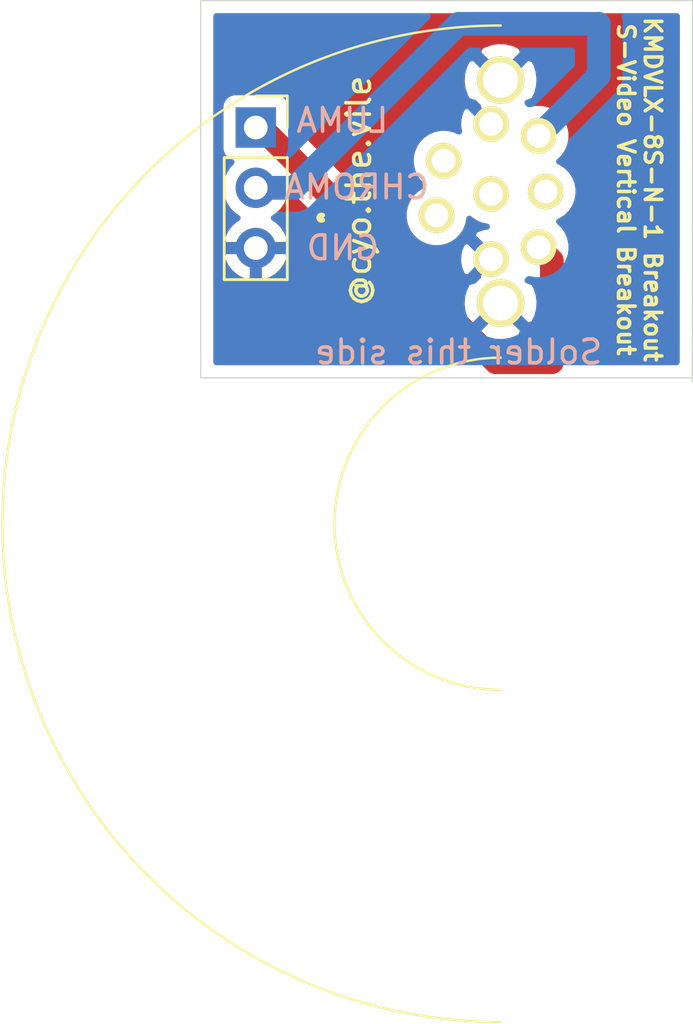
<source format=kicad_pcb>
(kicad_pcb (version 20171130) (host pcbnew "(5.1.9)-1")

  (general
    (thickness 1.6)
    (drawings 10)
    (tracks 10)
    (zones 0)
    (modules 2)
    (nets 8)
  )

  (page A4)
  (layers
    (0 F.Cu signal)
    (31 B.Cu signal)
    (32 B.Adhes user)
    (33 F.Adhes user)
    (34 B.Paste user)
    (35 F.Paste user)
    (36 B.SilkS user)
    (37 F.SilkS user)
    (38 B.Mask user)
    (39 F.Mask user)
    (40 Dwgs.User user)
    (41 Cmts.User user)
    (42 Eco1.User user)
    (43 Eco2.User user)
    (44 Edge.Cuts user)
    (45 Margin user)
    (46 B.CrtYd user)
    (47 F.CrtYd user)
    (48 B.Fab user)
    (49 F.Fab user)
  )

  (setup
    (last_trace_width 0.25)
    (trace_clearance 0.2)
    (zone_clearance 0.508)
    (zone_45_only no)
    (trace_min 0.2)
    (via_size 0.8)
    (via_drill 0.4)
    (via_min_size 0.4)
    (via_min_drill 0.3)
    (uvia_size 0.3)
    (uvia_drill 0.1)
    (uvias_allowed no)
    (uvia_min_size 0.2)
    (uvia_min_drill 0.1)
    (edge_width 0.05)
    (segment_width 0.2)
    (pcb_text_width 0.3)
    (pcb_text_size 1.5 1.5)
    (mod_edge_width 0.12)
    (mod_text_size 1 1)
    (mod_text_width 0.15)
    (pad_size 1.524 1.524)
    (pad_drill 0.762)
    (pad_to_mask_clearance 0)
    (aux_axis_origin 0 0)
    (visible_elements FFFFFF7F)
    (pcbplotparams
      (layerselection 0x010fc_ffffffff)
      (usegerberextensions false)
      (usegerberattributes true)
      (usegerberadvancedattributes true)
      (creategerberjobfile true)
      (excludeedgelayer true)
      (linewidth 0.100000)
      (plotframeref false)
      (viasonmask false)
      (mode 1)
      (useauxorigin false)
      (hpglpennumber 1)
      (hpglpenspeed 20)
      (hpglpendiameter 15.000000)
      (psnegative false)
      (psa4output false)
      (plotreference true)
      (plotvalue true)
      (plotinvisibletext false)
      (padsonsilk false)
      (subtractmaskfromsilk false)
      (outputformat 1)
      (mirror false)
      (drillshape 0)
      (scaleselection 1)
      (outputdirectory "gerbers/"))
  )

  (net 0 "")
  (net 1 /GND)
  (net 2 /CHROMA)
  (net 3 /LUMA)
  (net 4 "Net-(J1-Pad7)")
  (net 5 "Net-(J1-Pad4)")
  (net 6 "Net-(J1-Pad2)")
  (net 7 "Net-(J1-Pad1)")

  (net_class Default "This is the default net class."
    (clearance 0.2)
    (trace_width 0.25)
    (via_dia 0.8)
    (via_drill 0.4)
    (uvia_dia 0.3)
    (uvia_drill 0.1)
    (add_net /CHROMA)
    (add_net /GND)
    (add_net /LUMA)
    (add_net "Net-(J1-Pad1)")
    (add_net "Net-(J1-Pad2)")
    (add_net "Net-(J1-Pad4)")
    (add_net "Net-(J1-Pad7)")
  )

  (module SamacSys_Parts:KMDVLX8SN1 (layer F.Cu) (tedit 606A4A37) (tstamp 606B072C)
    (at 156.12 106.5 90)
    (descr KMDVLX-8S-N-1-1)
    (tags Connector)
    (path /606A9E00)
    (fp_text reference J1 (at 1 2.7 90) (layer F.SilkS) hide
      (effects (font (size 1.27 1.27) (thickness 0.254)))
    )
    (fp_text value KMDVLX-8S-N-1 (at 1 2.7 90) (layer F.SilkS) hide
      (effects (font (size 1.27 1.27) (thickness 0.254)))
    )
    (fp_arc (start -0.1 -4.85) (end 0 -4.9) (angle -180) (layer F.SilkS) (width 0.2))
    (fp_arc (start -0.1 -4.85) (end 0 -4.8) (angle -180) (layer F.SilkS) (width 0.2))
    (fp_arc (start -0.1 -4.85) (end 0 -4.9) (angle -180) (layer F.SilkS) (width 0.2))
    (fp_arc (start -13 2.7) (end 8 2.7) (angle -180) (layer F.SilkS) (width 0.1))
    (fp_arc (start -13 2.7) (end -6 2.7) (angle -180) (layer F.SilkS) (width 0.1))
    (fp_arc (start -13 2.7) (end 8 2.7) (angle -180) (layer Dwgs.User) (width 0.2))
    (fp_arc (start -13 2.7) (end -6 2.7) (angle -180) (layer Dwgs.User) (width 0.2))
    (fp_line (start 0 -4.9) (end 0 -4.9) (layer F.SilkS) (width 0.2))
    (fp_line (start 0 -4.8) (end 0 -4.8) (layer F.SilkS) (width 0.2))
    (fp_line (start 0 -4.9) (end 0 -4.9) (layer F.SilkS) (width 0.2))
    (fp_line (start 8 2.7) (end 8 2.7) (layer F.SilkS) (width 0.1))
    (fp_line (start -6 2.7) (end -6 2.7) (layer F.SilkS) (width 0.1))
    (fp_line (start 8 2.7) (end 8 2.7) (layer Dwgs.User) (width 0.2))
    (fp_line (start -6 2.7) (end -6 2.7) (layer Dwgs.User) (width 0.2))
    (fp_line (start -7 -5.3) (end -7 10.7) (layer Dwgs.User) (width 0.1))
    (fp_line (start 9 -5.3) (end -7 -5.3) (layer Dwgs.User) (width 0.1))
    (fp_line (start 9 10.7) (end 9 -5.3) (layer Dwgs.User) (width 0.1))
    (fp_line (start -7 10.7) (end 9 10.7) (layer Dwgs.User) (width 0.1))
    (pad MH2 thru_hole circle (at 5.7 2.7 180) (size 2 2) (drill 1.48) (layers *.Cu *.Mask F.SilkS)
      (net 1 /GND))
    (pad MH1 thru_hole circle (at -3.7 2.7 180) (size 2 2) (drill 1.48) (layers *.Cu *.Mask F.SilkS)
      (net 1 /GND))
    (pad 8 thru_hole circle (at 3.35 4.3 180) (size 1.5 1.5) (drill 1) (layers *.Cu *.Mask F.SilkS)
      (net 2 /CHROMA))
    (pad 7 thru_hole circle (at 1 4.6 180) (size 1.5 1.5) (drill 1) (layers *.Cu *.Mask F.SilkS)
      (net 4 "Net-(J1-Pad7)"))
    (pad 6 thru_hole circle (at -1.35 4.3 180) (size 1.5 1.5) (drill 1) (layers *.Cu *.Mask F.SilkS)
      (net 3 /LUMA))
    (pad 5 thru_hole circle (at 3.85 2.3 180) (size 1.5 1.5) (drill 1) (layers *.Cu *.Mask F.SilkS)
      (net 1 /GND))
    (pad 4 thru_hole circle (at 0.9 2.3 180) (size 1.5 1.5) (drill 1) (layers *.Cu *.Mask F.SilkS)
      (net 5 "Net-(J1-Pad4)"))
    (pad 3 thru_hole circle (at -1.85 2.3 180) (size 1.5 1.5) (drill 1) (layers *.Cu *.Mask F.SilkS)
      (net 1 /GND))
    (pad 2 thru_hole circle (at 2.3 0.3 180) (size 1.5 1.5) (drill 1) (layers *.Cu *.Mask F.SilkS)
      (net 6 "Net-(J1-Pad2)"))
    (pad 1 thru_hole circle (at 0 0 180) (size 1.5 1.5) (drill 1) (layers *.Cu *.Mask F.SilkS)
      (net 7 "Net-(J1-Pad1)"))
  )

  (module Connector_PinSocket_2.54mm:PinSocket_1x03_P2.54mm_Vertical (layer F.Cu) (tedit 5A19A429) (tstamp 606AA98D)
    (at 148.5 102.8)
    (descr "Through hole straight socket strip, 1x03, 2.54mm pitch, single row (from Kicad 4.0.7), script generated")
    (tags "Through hole socket strip THT 1x03 2.54mm single row")
    (path /606AD344)
    (fp_text reference J2 (at 0 -2.77) (layer F.SilkS) hide
      (effects (font (size 1 1) (thickness 0.15)))
    )
    (fp_text value Conn_01x03_Male (at 0 7.85) (layer F.Fab)
      (effects (font (size 1 1) (thickness 0.15)))
    )
    (fp_text user %R (at 0 2.54 90) (layer F.Fab)
      (effects (font (size 1 1) (thickness 0.15)))
    )
    (fp_line (start -1.27 -1.27) (end 0.635 -1.27) (layer F.Fab) (width 0.1))
    (fp_line (start 0.635 -1.27) (end 1.27 -0.635) (layer F.Fab) (width 0.1))
    (fp_line (start 1.27 -0.635) (end 1.27 6.35) (layer F.Fab) (width 0.1))
    (fp_line (start 1.27 6.35) (end -1.27 6.35) (layer F.Fab) (width 0.1))
    (fp_line (start -1.27 6.35) (end -1.27 -1.27) (layer F.Fab) (width 0.1))
    (fp_line (start -1.33 1.27) (end 1.33 1.27) (layer F.SilkS) (width 0.12))
    (fp_line (start -1.33 1.27) (end -1.33 6.41) (layer F.SilkS) (width 0.12))
    (fp_line (start -1.33 6.41) (end 1.33 6.41) (layer F.SilkS) (width 0.12))
    (fp_line (start 1.33 1.27) (end 1.33 6.41) (layer F.SilkS) (width 0.12))
    (fp_line (start 1.33 -1.33) (end 1.33 0) (layer F.SilkS) (width 0.12))
    (fp_line (start 0 -1.33) (end 1.33 -1.33) (layer F.SilkS) (width 0.12))
    (fp_line (start -1.8 -1.8) (end 1.75 -1.8) (layer F.CrtYd) (width 0.05))
    (fp_line (start 1.75 -1.8) (end 1.75 6.85) (layer F.CrtYd) (width 0.05))
    (fp_line (start 1.75 6.85) (end -1.8 6.85) (layer F.CrtYd) (width 0.05))
    (fp_line (start -1.8 6.85) (end -1.8 -1.8) (layer F.CrtYd) (width 0.05))
    (pad 3 thru_hole oval (at 0 5.08) (size 1.7 1.7) (drill 1) (layers *.Cu *.Mask)
      (net 1 /GND))
    (pad 2 thru_hole oval (at 0 2.54) (size 1.7 1.7) (drill 1) (layers *.Cu *.Mask)
      (net 2 /CHROMA))
    (pad 1 thru_hole rect (at 0 0) (size 1.7 1.7) (drill 1) (layers *.Cu *.Mask)
      (net 3 /LUMA))
    (model ${KISYS3DMOD}/Connector_PinSocket_2.54mm.3dshapes/PinSocket_1x03_P2.54mm_Vertical.wrl
      (at (xyz 0 0 0))
      (scale (xyz 1 1 1))
      (rotate (xyz 0 0 0))
    )
  )

  (gr_text "Solder this side" (at 157.05 112.26) (layer B.SilkS)
    (effects (font (size 1 1) (thickness 0.15)) (justify mirror))
  )
  (gr_text GND (at 152.17 107.87) (layer B.SilkS)
    (effects (font (size 1 1) (thickness 0.15)) (justify mirror))
  )
  (gr_text "CHROMA\n" (at 152.76 105.31) (layer B.SilkS)
    (effects (font (size 1 1) (thickness 0.15)) (justify mirror))
  )
  (gr_text LUMA (at 152.15 102.5) (layer B.SilkS)
    (effects (font (size 1 1) (thickness 0.15)) (justify mirror))
  )
  (gr_text "@cyo.the.vile\n" (at 152.84 105.47 90) (layer F.SilkS)
    (effects (font (size 1 1) (thickness 0.15)))
  )
  (gr_text "KMDVLX-8S-N-1 Breakout\nS-Video Vertical Breakout" (at 164.67 105.41 270) (layer F.SilkS)
    (effects (font (size 0.7 0.7) (thickness 0.15)))
  )
  (gr_line (start 146.18 113.35) (end 166.89 113.35) (layer Edge.Cuts) (width 0.05))
  (gr_line (start 146.18 97.45) (end 146.18 113.35) (layer Edge.Cuts) (width 0.05))
  (gr_line (start 166.91 97.45) (end 146.18 97.45) (layer Edge.Cuts) (width 0.05))
  (gr_line (start 166.9 113.51) (end 166.91 97.45) (layer Edge.Cuts) (width 0.05))

  (segment (start 162.96 98.43) (end 162.96 100.61) (width 1) (layer B.Cu) (net 2))
  (segment (start 157.04 98.43) (end 162.96 98.43) (width 1) (layer B.Cu) (net 2))
  (segment (start 150.13 105.34) (end 157.04 98.43) (width 1) (layer B.Cu) (net 2))
  (segment (start 162.96 100.61) (end 160.42 103.15) (width 1) (layer B.Cu) (net 2))
  (segment (start 148.5 105.34) (end 150.13 105.34) (width 1) (layer B.Cu) (net 2))
  (segment (start 148.5 102.8) (end 148.73 102.8) (width 1) (layer F.Cu) (net 3))
  (segment (start 148.73 102.8) (end 158.62 112.69) (width 1) (layer F.Cu) (net 3))
  (segment (start 158.62 112.69) (end 160.98 112.69) (width 1) (layer F.Cu) (net 3))
  (segment (start 160.98 108.41) (end 160.42 107.85) (width 1) (layer F.Cu) (net 3))
  (segment (start 160.98 112.69) (end 160.98 108.41) (width 1) (layer F.Cu) (net 3))

  (zone (net 1) (net_name /GND) (layer F.Cu) (tstamp 606B0902) (hatch edge 0.508)
    (connect_pads (clearance 0.508))
    (min_thickness 0.254)
    (fill yes (arc_segments 32) (thermal_gap 0.508) (thermal_bridge_width 0.508))
    (polygon
      (pts
        (xy 166.9 113.36) (xy 146.16 113.31) (xy 146.17 97.46) (xy 146.17 97.47) (xy 166.9 97.45)
      )
    )
    (filled_polygon
      (pts
        (xy 166.240511 112.69) (xy 162.120491 112.69) (xy 162.115 112.634248) (xy 162.115 108.465752) (xy 162.120491 108.41)
        (xy 162.098577 108.187501) (xy 162.033676 107.973553) (xy 161.967636 107.85) (xy 161.928284 107.776377) (xy 161.786449 107.603551)
        (xy 161.782461 107.600278) (xy 161.751775 107.446011) (xy 161.647371 107.193957) (xy 161.495799 106.967114) (xy 161.302886 106.774201)
        (xy 161.287617 106.763998) (xy 161.376043 106.727371) (xy 161.602886 106.575799) (xy 161.795799 106.382886) (xy 161.947371 106.156043)
        (xy 162.051775 105.903989) (xy 162.105 105.636411) (xy 162.105 105.363589) (xy 162.051775 105.096011) (xy 161.947371 104.843957)
        (xy 161.795799 104.617114) (xy 161.602886 104.424201) (xy 161.376043 104.272629) (xy 161.287617 104.236002) (xy 161.302886 104.225799)
        (xy 161.495799 104.032886) (xy 161.647371 103.806043) (xy 161.751775 103.553989) (xy 161.805 103.286411) (xy 161.805 103.013589)
        (xy 161.751775 102.746011) (xy 161.647371 102.493957) (xy 161.495799 102.267114) (xy 161.302886 102.074201) (xy 161.076043 101.922629)
        (xy 160.823989 101.818225) (xy 160.556411 101.765) (xy 160.283589 101.765) (xy 160.017531 101.817923) (xy 159.955415 101.755807)
        (xy 160.219814 101.660044) (xy 160.360704 101.370429) (xy 160.442384 101.058892) (xy 160.461718 100.737405) (xy 160.417961 100.418325)
        (xy 160.312795 100.113912) (xy 160.219814 99.939956) (xy 159.955413 99.844192) (xy 158.999605 100.8) (xy 159.013748 100.814143)
        (xy 158.834143 100.993748) (xy 158.82 100.979605) (xy 158.530961 101.268644) (xy 158.347508 101.260188) (xy 158.150352 101.290043)
        (xy 158.640395 100.8) (xy 157.684587 99.844192) (xy 157.420186 99.939956) (xy 157.279296 100.229571) (xy 157.197616 100.541108)
        (xy 157.178282 100.862595) (xy 157.222039 101.181675) (xy 157.327205 101.486088) (xy 157.420186 101.660044) (xy 157.684587 101.755808)
        (xy 157.695 101.745395) (xy 157.874605 101.925) (xy 157.864192 101.935413) (xy 157.959956 102.199814) (xy 158.249571 102.340704)
        (xy 158.304785 102.35518) (xy 158.42 102.470395) (xy 158.434143 102.456253) (xy 158.613748 102.635858) (xy 158.599605 102.65)
        (xy 158.613748 102.664143) (xy 158.434143 102.843748) (xy 158.42 102.829605) (xy 158.405858 102.843748) (xy 158.226253 102.664143)
        (xy 158.240395 102.65) (xy 157.463007 101.872612) (xy 157.22414 101.938137) (xy 157.10824 102.185116) (xy 157.04275 102.44996)
        (xy 157.030188 102.722492) (xy 157.067532 102.969104) (xy 156.823989 102.868225) (xy 156.556411 102.815) (xy 156.283589 102.815)
        (xy 156.016011 102.868225) (xy 155.763957 102.972629) (xy 155.537114 103.124201) (xy 155.344201 103.317114) (xy 155.192629 103.543957)
        (xy 155.088225 103.796011) (xy 155.035 104.063589) (xy 155.035 104.336411) (xy 155.088225 104.603989) (xy 155.192629 104.856043)
        (xy 155.344201 105.082886) (xy 155.513445 105.25213) (xy 155.463957 105.272629) (xy 155.237114 105.424201) (xy 155.044201 105.617114)
        (xy 154.892629 105.843957) (xy 154.788225 106.096011) (xy 154.735 106.363589) (xy 154.735 106.636411) (xy 154.788225 106.903989)
        (xy 154.892629 107.156043) (xy 155.044201 107.382886) (xy 155.237114 107.575799) (xy 155.463957 107.727371) (xy 155.716011 107.831775)
        (xy 155.983589 107.885) (xy 156.256411 107.885) (xy 156.523989 107.831775) (xy 156.776043 107.727371) (xy 157.002886 107.575799)
        (xy 157.195799 107.382886) (xy 157.347371 107.156043) (xy 157.451775 106.903989) (xy 157.503793 106.642478) (xy 157.537114 106.675799)
        (xy 157.763957 106.827371) (xy 158.016011 106.931775) (xy 158.240394 106.976408) (xy 158.077762 107.001035) (xy 157.821168 107.093723)
        (xy 157.708137 107.15414) (xy 157.642612 107.393007) (xy 158.42 108.170395) (xy 158.434143 108.156253) (xy 158.613748 108.335858)
        (xy 158.599605 108.35) (xy 158.613748 108.364143) (xy 158.434143 108.543748) (xy 158.42 108.529605) (xy 158.299662 108.649943)
        (xy 158.133912 108.707205) (xy 157.959956 108.800186) (xy 157.864192 109.064587) (xy 157.874605 109.075) (xy 157.695 109.254605)
        (xy 157.684587 109.244192) (xy 157.420186 109.339956) (xy 157.279296 109.629571) (xy 157.255492 109.720361) (xy 155.957623 108.422492)
        (xy 157.030188 108.422492) (xy 157.071035 108.692238) (xy 157.163723 108.948832) (xy 157.22414 109.061863) (xy 157.463007 109.127388)
        (xy 158.240395 108.35) (xy 157.463007 107.572612) (xy 157.22414 107.638137) (xy 157.10824 107.885116) (xy 157.04275 108.14996)
        (xy 157.030188 108.422492) (xy 155.957623 108.422492) (xy 149.988072 102.452941) (xy 149.988072 101.95) (xy 149.975812 101.825518)
        (xy 149.939502 101.70582) (xy 149.880537 101.595506) (xy 149.801185 101.498815) (xy 149.704494 101.419463) (xy 149.59418 101.360498)
        (xy 149.474482 101.324188) (xy 149.35 101.311928) (xy 147.65 101.311928) (xy 147.525518 101.324188) (xy 147.40582 101.360498)
        (xy 147.295506 101.419463) (xy 147.198815 101.498815) (xy 147.119463 101.595506) (xy 147.060498 101.70582) (xy 147.024188 101.825518)
        (xy 147.011928 101.95) (xy 147.011928 103.65) (xy 147.024188 103.774482) (xy 147.060498 103.89418) (xy 147.119463 104.004494)
        (xy 147.198815 104.101185) (xy 147.295506 104.180537) (xy 147.40582 104.239502) (xy 147.47838 104.261513) (xy 147.346525 104.393368)
        (xy 147.18401 104.636589) (xy 147.072068 104.906842) (xy 147.015 105.19374) (xy 147.015 105.48626) (xy 147.072068 105.773158)
        (xy 147.18401 106.043411) (xy 147.346525 106.286632) (xy 147.553368 106.493475) (xy 147.735534 106.615195) (xy 147.618645 106.684822)
        (xy 147.402412 106.879731) (xy 147.228359 107.11308) (xy 147.103175 107.375901) (xy 147.058524 107.52311) (xy 147.179845 107.753)
        (xy 148.373 107.753) (xy 148.373 107.733) (xy 148.627 107.733) (xy 148.627 107.753) (xy 149.820155 107.753)
        (xy 149.941476 107.52311) (xy 149.896825 107.375901) (xy 149.771641 107.11308) (xy 149.597588 106.879731) (xy 149.381355 106.684822)
        (xy 149.264466 106.615195) (xy 149.446632 106.493475) (xy 149.653475 106.286632) (xy 149.81599 106.043411) (xy 149.927932 105.773158)
        (xy 149.956153 105.631284) (xy 157.014868 112.69) (xy 146.84 112.69) (xy 146.84 108.23689) (xy 147.058524 108.23689)
        (xy 147.103175 108.384099) (xy 147.228359 108.64692) (xy 147.402412 108.880269) (xy 147.618645 109.075178) (xy 147.868748 109.224157)
        (xy 148.143109 109.321481) (xy 148.373 109.200814) (xy 148.373 108.007) (xy 148.627 108.007) (xy 148.627 109.200814)
        (xy 148.856891 109.321481) (xy 149.131252 109.224157) (xy 149.381355 109.075178) (xy 149.597588 108.880269) (xy 149.771641 108.64692)
        (xy 149.896825 108.384099) (xy 149.941476 108.23689) (xy 149.820155 108.007) (xy 148.627 108.007) (xy 148.373 108.007)
        (xy 147.179845 108.007) (xy 147.058524 108.23689) (xy 146.84 108.23689) (xy 146.84 99.664587) (xy 157.864192 99.664587)
        (xy 158.82 100.620395) (xy 159.775808 99.664587) (xy 159.680044 99.400186) (xy 159.390429 99.259296) (xy 159.078892 99.177616)
        (xy 158.757405 99.158282) (xy 158.438325 99.202039) (xy 158.133912 99.307205) (xy 157.959956 99.400186) (xy 157.864192 99.664587)
        (xy 146.84 99.664587) (xy 146.84 98.11) (xy 166.24959 98.11)
      )
    )
    (filled_polygon
      (pts
        (xy 158.21996 109.72725) (xy 158.492492 109.739812) (xy 158.533246 109.733641) (xy 158.82 110.020395) (xy 158.834143 110.006253)
        (xy 159.013748 110.185858) (xy 158.999605 110.2) (xy 159.013748 110.214143) (xy 158.834143 110.393748) (xy 158.82 110.379605)
        (xy 158.805858 110.393748) (xy 158.626253 110.214143) (xy 158.640395 110.2) (xy 158.150459 109.710064)
      )
    )
  )
  (zone (net 1) (net_name /GND) (layer B.Cu) (tstamp 606B08FF) (hatch edge 0.508)
    (connect_pads (clearance 0.508))
    (min_thickness 0.254)
    (fill yes (arc_segments 32) (thermal_gap 0.508) (thermal_bridge_width 0.508))
    (polygon
      (pts
        (xy 146.2 97.450019) (xy 166.81 97.49) (xy 166.8 113.48) (xy 146.18 113.34) (xy 146.2 97.450019)
        (xy 146.19 97.45) (xy 146.2 97.45)
      )
    )
    (filled_polygon
      (pts
        (xy 149.90369 103.961179) (xy 149.939502 103.89418) (xy 149.975812 103.774482) (xy 149.988072 103.65) (xy 149.988072 101.95)
        (xy 149.975812 101.825518) (xy 149.939502 101.70582) (xy 149.880537 101.595506) (xy 149.801185 101.498815) (xy 149.704494 101.419463)
        (xy 149.59418 101.360498) (xy 149.474482 101.324188) (xy 149.35 101.311928) (xy 147.65 101.311928) (xy 147.525518 101.324188)
        (xy 147.40582 101.360498) (xy 147.295506 101.419463) (xy 147.198815 101.498815) (xy 147.119463 101.595506) (xy 147.060498 101.70582)
        (xy 147.024188 101.825518) (xy 147.011928 101.95) (xy 147.011928 103.65) (xy 147.024188 103.774482) (xy 147.060498 103.89418)
        (xy 147.119463 104.004494) (xy 147.198815 104.101185) (xy 147.295506 104.180537) (xy 147.40582 104.239502) (xy 147.47838 104.261513)
        (xy 147.346525 104.393368) (xy 147.18401 104.636589) (xy 147.072068 104.906842) (xy 147.015 105.19374) (xy 147.015 105.48626)
        (xy 147.072068 105.773158) (xy 147.18401 106.043411) (xy 147.346525 106.286632) (xy 147.553368 106.493475) (xy 147.735534 106.615195)
        (xy 147.618645 106.684822) (xy 147.402412 106.879731) (xy 147.228359 107.11308) (xy 147.103175 107.375901) (xy 147.058524 107.52311)
        (xy 147.179845 107.753) (xy 148.373 107.753) (xy 148.373 107.733) (xy 148.627 107.733) (xy 148.627 107.753)
        (xy 149.820155 107.753) (xy 149.941476 107.52311) (xy 149.896825 107.375901) (xy 149.771641 107.11308) (xy 149.597588 106.879731)
        (xy 149.381355 106.684822) (xy 149.264466 106.615195) (xy 149.446632 106.493475) (xy 149.465107 106.475) (xy 150.074249 106.475)
        (xy 150.13 106.480491) (xy 150.185751 106.475) (xy 150.185752 106.475) (xy 150.352499 106.458577) (xy 150.566447 106.393676)
        (xy 150.763623 106.288284) (xy 150.936449 106.146449) (xy 150.971996 106.103135) (xy 157.510133 99.565) (xy 157.900262 99.565)
        (xy 157.864192 99.664587) (xy 158.82 100.620395) (xy 159.775808 99.664587) (xy 159.739738 99.565) (xy 161.825001 99.565)
        (xy 161.825001 100.139867) (xy 160.179081 101.785788) (xy 160.017531 101.817923) (xy 159.955415 101.755807) (xy 160.219814 101.660044)
        (xy 160.360704 101.370429) (xy 160.442384 101.058892) (xy 160.461718 100.737405) (xy 160.417961 100.418325) (xy 160.312795 100.113912)
        (xy 160.219814 99.939956) (xy 159.955413 99.844192) (xy 158.999605 100.8) (xy 159.013748 100.814143) (xy 158.834143 100.993748)
        (xy 158.82 100.979605) (xy 158.530961 101.268644) (xy 158.347508 101.260188) (xy 158.150352 101.290043) (xy 158.640395 100.8)
        (xy 157.684587 99.844192) (xy 157.420186 99.939956) (xy 157.279296 100.229571) (xy 157.197616 100.541108) (xy 157.178282 100.862595)
        (xy 157.222039 101.181675) (xy 157.327205 101.486088) (xy 157.420186 101.660044) (xy 157.684587 101.755808) (xy 157.695 101.745395)
        (xy 157.874605 101.925) (xy 157.864192 101.935413) (xy 157.959956 102.199814) (xy 158.249571 102.340704) (xy 158.304785 102.35518)
        (xy 158.42 102.470395) (xy 158.434143 102.456253) (xy 158.613748 102.635858) (xy 158.599605 102.65) (xy 158.613748 102.664143)
        (xy 158.434143 102.843748) (xy 158.42 102.829605) (xy 158.405858 102.843748) (xy 158.226253 102.664143) (xy 158.240395 102.65)
        (xy 157.463007 101.872612) (xy 157.22414 101.938137) (xy 157.10824 102.185116) (xy 157.04275 102.44996) (xy 157.030188 102.722492)
        (xy 157.067532 102.969104) (xy 156.823989 102.868225) (xy 156.556411 102.815) (xy 156.283589 102.815) (xy 156.016011 102.868225)
        (xy 155.763957 102.972629) (xy 155.537114 103.124201) (xy 155.344201 103.317114) (xy 155.192629 103.543957) (xy 155.088225 103.796011)
        (xy 155.035 104.063589) (xy 155.035 104.336411) (xy 155.088225 104.603989) (xy 155.192629 104.856043) (xy 155.344201 105.082886)
        (xy 155.513445 105.25213) (xy 155.463957 105.272629) (xy 155.237114 105.424201) (xy 155.044201 105.617114) (xy 154.892629 105.843957)
        (xy 154.788225 106.096011) (xy 154.735 106.363589) (xy 154.735 106.636411) (xy 154.788225 106.903989) (xy 154.892629 107.156043)
        (xy 155.044201 107.382886) (xy 155.237114 107.575799) (xy 155.463957 107.727371) (xy 155.716011 107.831775) (xy 155.983589 107.885)
        (xy 156.256411 107.885) (xy 156.523989 107.831775) (xy 156.776043 107.727371) (xy 157.002886 107.575799) (xy 157.195799 107.382886)
        (xy 157.347371 107.156043) (xy 157.451775 106.903989) (xy 157.503793 106.642478) (xy 157.537114 106.675799) (xy 157.763957 106.827371)
        (xy 158.016011 106.931775) (xy 158.240394 106.976408) (xy 158.077762 107.001035) (xy 157.821168 107.093723) (xy 157.708137 107.15414)
        (xy 157.642612 107.393007) (xy 158.42 108.170395) (xy 158.434143 108.156253) (xy 158.613748 108.335858) (xy 158.599605 108.35)
        (xy 158.613748 108.364143) (xy 158.434143 108.543748) (xy 158.42 108.529605) (xy 158.299662 108.649943) (xy 158.133912 108.707205)
        (xy 157.959956 108.800186) (xy 157.864192 109.064587) (xy 157.874605 109.075) (xy 157.695 109.254605) (xy 157.684587 109.244192)
        (xy 157.420186 109.339956) (xy 157.279296 109.629571) (xy 157.197616 109.941108) (xy 157.178282 110.262595) (xy 157.222039 110.581675)
        (xy 157.327205 110.886088) (xy 157.420186 111.060044) (xy 157.684587 111.155808) (xy 158.640395 110.2) (xy 158.150459 109.710064)
        (xy 158.21996 109.72725) (xy 158.492492 109.739812) (xy 158.533246 109.733641) (xy 158.82 110.020395) (xy 158.834143 110.006253)
        (xy 159.013748 110.185858) (xy 158.999605 110.2) (xy 159.955413 111.155808) (xy 160.219814 111.060044) (xy 160.360704 110.770429)
        (xy 160.442384 110.458892) (xy 160.461718 110.137405) (xy 160.417961 109.818325) (xy 160.312795 109.513912) (xy 160.219814 109.339956)
        (xy 159.955415 109.244193) (xy 160.017531 109.182077) (xy 160.283589 109.235) (xy 160.556411 109.235) (xy 160.823989 109.181775)
        (xy 161.076043 109.077371) (xy 161.302886 108.925799) (xy 161.495799 108.732886) (xy 161.647371 108.506043) (xy 161.751775 108.253989)
        (xy 161.805 107.986411) (xy 161.805 107.713589) (xy 161.751775 107.446011) (xy 161.647371 107.193957) (xy 161.495799 106.967114)
        (xy 161.302886 106.774201) (xy 161.287617 106.763998) (xy 161.376043 106.727371) (xy 161.602886 106.575799) (xy 161.795799 106.382886)
        (xy 161.947371 106.156043) (xy 162.051775 105.903989) (xy 162.105 105.636411) (xy 162.105 105.363589) (xy 162.051775 105.096011)
        (xy 161.947371 104.843957) (xy 161.795799 104.617114) (xy 161.602886 104.424201) (xy 161.376043 104.272629) (xy 161.287617 104.236002)
        (xy 161.302886 104.225799) (xy 161.495799 104.032886) (xy 161.647371 103.806043) (xy 161.751775 103.553989) (xy 161.784212 103.390919)
        (xy 163.723141 101.451991) (xy 163.766449 101.416449) (xy 163.908284 101.243623) (xy 164.013676 101.046447) (xy 164.078577 100.832499)
        (xy 164.095 100.665752) (xy 164.095 100.665743) (xy 164.10049 100.610001) (xy 164.095 100.554259) (xy 164.095 98.485752)
        (xy 164.100491 98.43) (xy 164.078577 98.207501) (xy 164.049 98.11) (xy 166.24959 98.11) (xy 166.240511 112.69)
        (xy 146.84 112.69) (xy 146.84 111.335413) (xy 157.864192 111.335413) (xy 157.959956 111.599814) (xy 158.249571 111.740704)
        (xy 158.561108 111.822384) (xy 158.882595 111.841718) (xy 159.201675 111.797961) (xy 159.506088 111.692795) (xy 159.680044 111.599814)
        (xy 159.775808 111.335413) (xy 158.82 110.379605) (xy 157.864192 111.335413) (xy 146.84 111.335413) (xy 146.84 108.23689)
        (xy 147.058524 108.23689) (xy 147.103175 108.384099) (xy 147.228359 108.64692) (xy 147.402412 108.880269) (xy 147.618645 109.075178)
        (xy 147.868748 109.224157) (xy 148.143109 109.321481) (xy 148.373 109.200814) (xy 148.373 108.007) (xy 148.627 108.007)
        (xy 148.627 109.200814) (xy 148.856891 109.321481) (xy 149.131252 109.224157) (xy 149.381355 109.075178) (xy 149.597588 108.880269)
        (xy 149.771641 108.64692) (xy 149.878538 108.422492) (xy 157.030188 108.422492) (xy 157.071035 108.692238) (xy 157.163723 108.948832)
        (xy 157.22414 109.061863) (xy 157.463007 109.127388) (xy 158.240395 108.35) (xy 157.463007 107.572612) (xy 157.22414 107.638137)
        (xy 157.10824 107.885116) (xy 157.04275 108.14996) (xy 157.030188 108.422492) (xy 149.878538 108.422492) (xy 149.896825 108.384099)
        (xy 149.941476 108.23689) (xy 149.820155 108.007) (xy 148.627 108.007) (xy 148.373 108.007) (xy 147.179845 108.007)
        (xy 147.058524 108.23689) (xy 146.84 108.23689) (xy 146.84 98.11) (xy 155.754867 98.11)
      )
    )
  )
)

</source>
